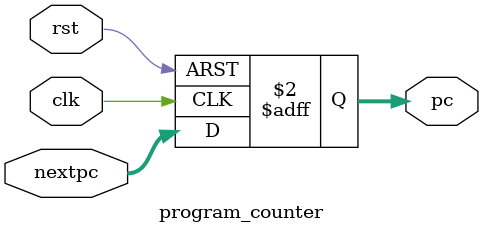
<source format=v>
module program_counter (
    input clk,
    input rst,                // reset
    input [15:0] nextpc,
    output [15:0] pc
);

    always @(posedge clk or posedge rst) begin
        if (rst) begin
            pc <= 16'b0; // Reset PC to 0
        end else begin
            pc <= nextpc; // Update PC to next value
        end
    end

endmodule
</source>
